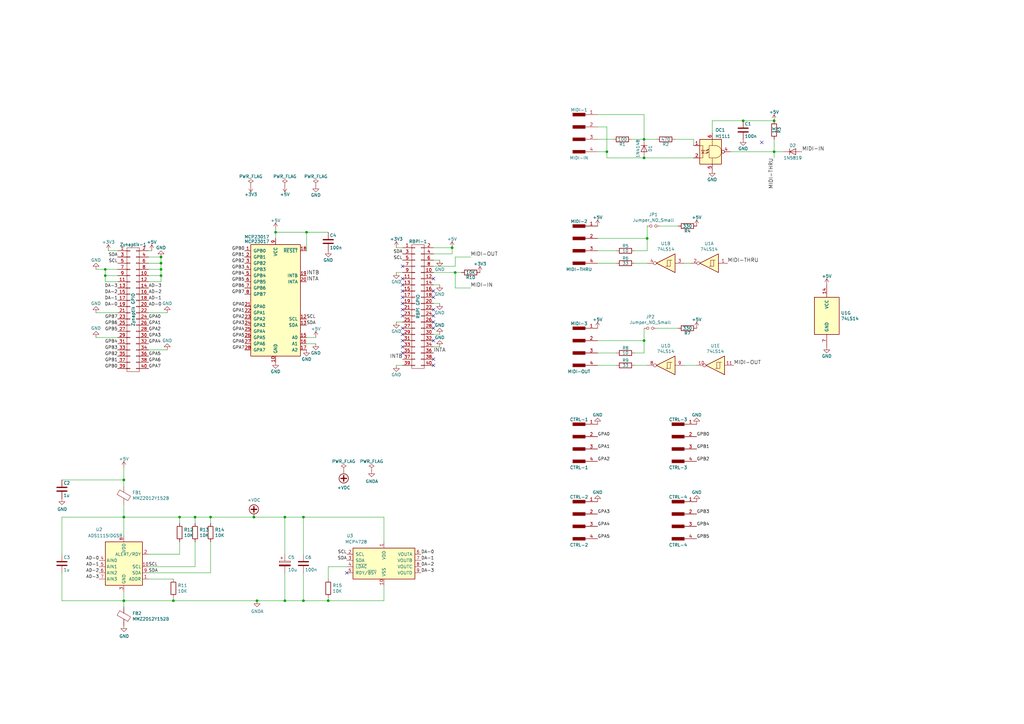
<source format=kicad_sch>
(kicad_sch (version 20211123) (generator eeschema)
  (paper "A3")
  (title_block (title "Zynthian Zynaptik circuit") (rev "0.1") (company "Zynthian"))
  (lib_symbols
    (symbol "74xx:74LS14" (pin_names (offset 1.016))
      (property "Reference" "U" (at 0 1.27 0))
      (property "Value" "74LS14" (at 0 -1.27 0))
      (symbol "74LS14_1_0"
        (pin input line (at -7.62 0 0) (length 3.81) (name "~") (number "1"))
        (pin output inverted (at 7.62 0 180) (length 3.81) (name "~") (number "2"))
      )
      (symbol "74LS14_2_0"
        (pin input line (at -7.62 0 0) (length 3.81) (name "~") (number "3"))
        (pin output inverted (at 7.62 0 180) (length 3.81) (name "~") (number "4"))
      )
      (symbol "74LS14_3_0"
        (pin input line (at -7.62 0 0) (length 3.81) (name "~") (number "5"))
        (pin output inverted (at 7.62 0 180) (length 3.81) (name "~") (number "6"))
      )
      (symbol "74LS14_4_0"
        (pin output inverted (at 7.62 0 180) (length 3.81) (name "~") (number "8"))
        (pin input line (at -7.62 0 0) (length 3.81) (name "~") (number "9"))
      )
      (symbol "74LS14_5_0"
        (pin output inverted (at 7.62 0 180) (length 3.81) (name "~") (number "10"))
        (pin input line (at -7.62 0 0) (length 3.81) (name "~") (number "11"))
      )
      (symbol "74LS14_6_0"
        (pin output inverted (at 7.62 0 180) (length 3.81) (name "~") (number "12"))
        (pin input line (at -7.62 0 0) (length 3.81) (name "~") (number "13"))
      )
      (symbol "74LS14_7_0"
        (pin power_in line (at 0 12.7 270) (length 5.08) (name "VCC") (number "14"))
        (pin power_in line (at 0 -12.7 90) (length 5.08) (name "GND") (number "7"))
      )
    )
    (symbol "Analog_ADC:ADS1115IDGS"
      (property "Reference" "U" (at 2.54 13.97 0))
      (property "Value" "ADS1115IDGS" (at 7.62 11.43 0))
      (symbol "ADS1115IDGS_1_1"
        (pin input line (at 10.16 -5.08 180) (length 2.54) (name "ADDR") (number "1"))
        (pin input line (at 10.16 0 180) (length 2.54) (name "SCL") (number "10"))
        (pin output line (at 10.16 5.08 180) (length 2.54) (name "ALERT/RDY") (number "2"))
        (pin power_in line (at 0 -10.16 90) (length 2.54) (name "GND") (number "3"))
        (pin input line (at -10.16 2.54 0) (length 2.54) (name "AIN0") (number "4"))
        (pin input line (at -10.16 0 0) (length 2.54) (name "AIN1") (number "5"))
        (pin input line (at -10.16 -2.54 0) (length 2.54) (name "AIN2") (number "6"))
        (pin input line (at -10.16 -5.08 0) (length 2.54) (name "AIN3") (number "7"))
        (pin power_in line (at 0 12.7 270) (length 2.54) (name "VDD") (number "8"))
        (pin bidirectional line (at 10.16 -2.54 180) (length 2.54) (name "SDA") (number "9"))
      )
    )
    (symbol "Analog_DAC:MCP4728" (pin_names (offset 1.016))
      (property "Reference" "U" (at -12.7 6.35 0))
      (property "Value" "MCP4728" (at 12.7 6.35 0))
      (symbol "MCP4728_1_1"
        (pin power_in line (at 0 7.62 270) (length 2.54) (name "VDD") (number "1"))
        (pin power_in line (at 0 -10.16 90) (length 2.54) (name "VSS") (number "10"))
        (pin input line (at -15.24 2.54 0) (length 2.54) (name "SCL") (number "2"))
        (pin bidirectional line (at -15.24 0 0) (length 2.54) (name "SDA") (number "3"))
        (pin input line (at -15.24 -2.54 0) (length 2.54) (name "~{LDAC}") (number "4"))
        (pin output line (at -15.24 -5.08 0) (length 2.54) (name "RDY/~{BSY}") (number "5"))
        (pin output line (at 15.24 2.54 180) (length 2.54) (name "VOUTA") (number "6"))
        (pin output line (at 15.24 0 180) (length 2.54) (name "VOUTB") (number "7"))
        (pin output line (at 15.24 -2.54 180) (length 2.54) (name "VOUTC") (number "8"))
        (pin output line (at 15.24 -5.08 180) (length 2.54) (name "VOUTD") (number "9"))
      )
    )
    (symbol "Device:R" (pin_numbers hide) (pin_names (offset 0))
      (property "Reference" "R" (at 2.032 0 90))
      (property "Value" "R" (at 0 0 90))
      (symbol "R_1_1"
        (pin passive line (at 0 3.81 270) (length 1.27) (name "~") (number "1"))
        (pin passive line (at 0 -3.81 90) (length 1.27) (name "~") (number "2"))
      )
    )
    (symbol "power:+VDC" (power) (pin_names (offset 0))
      (property "Value" "+VDC" (at 0 6.35 0))
      (symbol "+VDC_1_1"
        (pin power_in line (at 0 0 90) (length 0) hide (name "+VDC") (number "1"))
      )
    )
    (symbol "power:GND" (power) (pin_names (offset 0))
      (property "Value" "GND" (at 0 -3.81 0))
      (symbol "GND_1_1"
        (pin power_in line (at 0 0 270) (length 0) hide (name "GND") (number "1"))
      )
    )
    (symbol "power:GNDA" (power) (pin_names (offset 0))
      (property "Value" "GNDA" (at 0 -3.81 0))
      (symbol "GNDA_1_1"
        (pin power_in line (at 0 0 270) (length 0) hide (name "GNDA") (number "1"))
      )
    )
    (symbol "zynthian_zynaptik-rescue:+3.3V-power1-zynthian_zynaptik-rescue" (power) (pin_names (offset 0))
      (property "Value" "+3.3V-power1-zynthian_zynaptik-rescue" (at 0 3.556 0))
      (symbol "+3.3V-power1-zynthian_zynaptik-rescue_1_1"
        (pin power_in line (at 0 0 90) (length 0) hide (name "+3V3") (number "1"))
      )
    )
    (symbol "zynthian_zynaptik-rescue:+5V-power1-zynthian_zynaptik-rescue" (power) (pin_names (offset 0))
      (property "Value" "+5V-power1-zynthian_zynaptik-rescue" (at 0 3.556 0))
      (symbol "+5V-power1-zynthian_zynaptik-rescue_1_1"
        (pin power_in line (at 0 0 90) (length 0) hide (name "+5V") (number "1"))
      )
    )
    (symbol "zynthian_zynaptik-rescue:C-device-zynthian_zynaptik-rescue" (pin_numbers hide) (pin_names (offset 0.254))
      (property "Reference" "C" (at 0.635 2.54 0))
      (property "Value" "C-device-zynthian_zynaptik-rescue" (at 0.635 -2.54 0))
      (symbol "C-device-zynthian_zynaptik-rescue_1_1"
        (pin passive line (at 0 3.81 270) (length 2.794) (name "~") (number "1"))
        (pin passive line (at 0 -3.81 90) (length 2.794) (name "~") (number "2"))
      )
    )
    (symbol "zynthian_zynaptik-rescue:CONN_01X04_MALE-conn-zynthian_zynaptik-rescue" (pin_names (offset 1.016) hide)
      (property "Reference" "J" (at 0 9.525 0))
      (property "Value" "CONN_01X04_MALE-conn-zynthian_zynaptik-rescue" (at 0 -10.16 0))
      (symbol "CONN_01X04_MALE-conn-zynthian_zynaptik-rescue_1_1"
        (pin passive line (at 7.62 7.62 180) (length 5.08) (name "1") (number "1"))
        (pin passive line (at 7.62 2.54 180) (length 5.08) (name "2") (number "2"))
        (pin passive line (at 7.62 -2.54 180) (length 5.08) (name "3") (number "3"))
        (pin passive line (at 7.62 -7.62 180) (length 5.08) (name "4") (number "4"))
      )
    )
    (symbol "zynthian_zynaptik-rescue:CONN_02X20-conn-zynthian_zynaptik-rescue" (pin_names (offset 0.0254) hide)
      (property "Reference" "J" (at 0 26.67 0))
      (property "Value" "CONN_02X20-conn-zynthian_zynaptik-rescue" (at 0 0 90))
      (symbol "CONN_02X20-conn-zynthian_zynaptik-rescue_1_1"
        (pin passive line (at -6.35 24.13 0) (length 3.81) (name "P1") (number "1"))
        (pin passive line (at 6.35 13.97 180) (length 3.81) (name "P10") (number "10"))
        (pin passive line (at -6.35 11.43 0) (length 3.81) (name "P11") (number "11"))
        (pin passive line (at 6.35 11.43 180) (length 3.81) (name "P12") (number "12"))
        (pin passive line (at -6.35 8.89 0) (length 3.81) (name "P13") (number "13"))
        (pin passive line (at 6.35 8.89 180) (length 3.81) (name "P14") (number "14"))
        (pin passive line (at -6.35 6.35 0) (length 3.81) (name "P15") (number "15"))
        (pin passive line (at 6.35 6.35 180) (length 3.81) (name "P16") (number "16"))
        (pin passive line (at -6.35 3.81 0) (length 3.81) (name "P17") (number "17"))
        (pin passive line (at 6.35 3.81 180) (length 3.81) (name "P18") (number "18"))
        (pin passive line (at -6.35 1.27 0) (length 3.81) (name "P19") (number "19"))
        (pin passive line (at 6.35 24.13 180) (length 3.81) (name "P2") (number "2"))
        (pin passive line (at 6.35 1.27 180) (length 3.81) (name "P20") (number "20"))
        (pin passive line (at -6.35 -1.27 0) (length 3.81) (name "P21") (number "21"))
        (pin passive line (at 6.35 -1.27 180) (length 3.81) (name "P22") (number "22"))
        (pin passive line (at -6.35 -3.81 0) (length 3.81) (name "P23") (number "23"))
        (pin passive line (at 6.35 -3.81 180) (length 3.81) (name "P24") (number "24"))
        (pin passive line (at -6.35 -6.35 0) (length 3.81) (name "P25") (number "25"))
        (pin passive line (at 6.35 -6.35 180) (length 3.81) (name "P26") (number "26"))
        (pin passive line (at -6.35 -8.89 0) (length 3.81) (name "P27") (number "27"))
        (pin passive line (at 6.35 -8.89 180) (length 3.81) (name "P28") (number "28"))
        (pin passive line (at -6.35 -11.43 0) (length 3.81) (name "P29") (number "29"))
        (pin passive line (at -6.35 21.59 0) (length 3.81) (name "P3") (number "3"))
        (pin passive line (at 6.35 -11.43 180) (length 3.81) (name "P30") (number "30"))
        (pin passive line (at -6.35 -13.97 0) (length 3.81) (name "P31") (number "31"))
        (pin passive line (at 6.35 -13.97 180) (length 3.81) (name "P32") (number "32"))
        (pin passive line (at -6.35 -16.51 0) (length 3.81) (name "P33") (number "33"))
        (pin passive line (at 6.35 -16.51 180) (length 3.81) (name "P34") (number "34"))
        (pin passive line (at -6.35 -19.05 0) (length 3.81) (name "P35") (number "35"))
        (pin passive line (at 6.35 -19.05 180) (length 3.81) (name "P36") (number "36"))
        (pin passive line (at -6.35 -21.59 0) (length 3.81) (name "P37") (number "37"))
        (pin passive line (at 6.35 -21.59 180) (length 3.81) (name "P38") (number "38"))
        (pin passive line (at -6.35 -24.13 0) (length 3.81) (name "P39") (number "39"))
        (pin passive line (at 6.35 21.59 180) (length 3.81) (name "P4") (number "4"))
        (pin passive line (at 6.35 -24.13 180) (length 3.81) (name "P40") (number "40"))
        (pin passive line (at -6.35 19.05 0) (length 3.81) (name "P5") (number "5"))
        (pin passive line (at 6.35 19.05 180) (length 3.81) (name "P6") (number "6"))
        (pin passive line (at -6.35 16.51 0) (length 3.81) (name "P7") (number "7"))
        (pin passive line (at 6.35 16.51 180) (length 3.81) (name "P8") (number "8"))
        (pin passive line (at -6.35 13.97 0) (length 3.81) (name "P9") (number "9"))
      )
    )
    (symbol "zynthian_zynaptik-rescue:CP-Device" (pin_numbers hide) (pin_names (offset 0.254))
      (property "Reference" "C" (at 0.635 2.54 0))
      (property "Value" "CP-Device" (at 0.635 -2.54 0))
      (symbol "CP-Device_1_1"
        (pin passive line (at 0 3.81 270) (length 2.794) (name "~") (number "1"))
        (pin passive line (at 0 -3.81 90) (length 2.794) (name "~") (number "2"))
      )
    )
    (symbol "zynthian_zynaptik-rescue:D-device-zynthian_zynaptik-rescue" (pin_numbers hide) (pin_names (offset 1.016) hide)
      (property "Reference" "D" (at 0 2.54 0))
      (property "Value" "D-device-zynthian_zynaptik-rescue" (at 0 -2.54 0))
      (symbol "D-device-zynthian_zynaptik-rescue_1_1"
        (pin passive line (at -3.81 0 0) (length 2.54) (name "K") (number "1"))
        (pin passive line (at 3.81 0 180) (length 2.54) (name "A") (number "2"))
      )
    )
    (symbol "zynthian_zynaptik-rescue:Ferrite_Bead-Device" (pin_numbers hide) (pin_names (offset 0))
      (property "Reference" "FB" (at -3.81 0.635 90))
      (property "Value" "Ferrite_Bead-Device" (at 3.81 0 90))
      (symbol "Ferrite_Bead-Device_1_1"
        (pin passive line (at 0 3.81 270) (length 2.54) (name "~") (number "1"))
        (pin passive line (at 0 -3.81 90) (length 2.54) (name "~") (number "2"))
      )
    )
    (symbol "zynthian_zynaptik-rescue:GND-power1-zynthian_zynaptik-rescue" (power) (pin_names (offset 0))
      (property "Value" "GND-power1-zynthian_zynaptik-rescue" (at 0 -3.81 0))
      (symbol "GND-power1-zynthian_zynaptik-rescue_1_1"
        (pin power_in line (at 0 0 270) (length 0) hide (name "GND") (number "1"))
      )
    )
    (symbol "zynthian_zynaptik-rescue:H11L1-opto-zynthian_zynaptik-rescue" (pin_names (offset 1.016))
      (property "Reference" "U" (at 1.27 8.89 0))
      (property "Value" "H11L1-opto-zynthian_zynaptik-rescue" (at 1.27 6.35 0))
      (symbol "H11L1-opto-zynthian_zynaptik-rescue_1_1"
        (pin passive line (at -7.62 2.54 0) (length 2.54) (name "~") (number "1"))
        (pin passive line (at -7.62 -2.54 0) (length 2.54) (name "~") (number "2"))
        (pin no_connect line (at -7.62 0 0) (length 2.54) hide (name "~") (number "3"))
        (pin output inverted (at 7.62 0 180) (length 3.81) (name "~") (number "4"))
        (pin power_in line (at 0 -7.62 90) (length 2.54) (name "~") (number "5"))
        (pin power_in line (at 0 7.62 270) (length 2.54) (name "~") (number "6"))
      )
    )
    (symbol "zynthian_zynaptik-rescue:Jumper_NO_Small-device-zynthian_zynaptik-rescue" (pin_numbers hide) (pin_names (offset 0.762) hide)
      (property "Reference" "JP" (at 0 2.032 0))
      (property "Value" "Jumper_NO_Small-device-zynthian_zynaptik-rescue" (at 0.254 -1.524 0))
      (symbol "Jumper_NO_Small-device-zynthian_zynaptik-rescue_0_1"
        (pin passive line (at -2.54 0 0) (length 1.016) (name "1") (number "1"))
        (pin passive line (at 2.54 0 180) (length 1.016) (name "2") (number "2"))
      )
    )
    (symbol "zynthian_zynaptik-rescue:MCP23017-microchip-zynthian_zynaptik-rescue" (pin_names (offset 1.016))
      (property "Reference" "U" (at -2.54 26.035 0))
      (property "Value" "MCP23017-microchip-zynthian_zynaptik-rescue" (at -2.54 24.13 0))
      (symbol "MCP23017-microchip-zynthian_zynaptik-rescue_1_1"
        (pin bidirectional line (at -12.7 20.32 0) (length 2.54) (name "GPB0") (number "1"))
        (pin power_in line (at 0 -25.4 90) (length 2.54) (name "GND") (number "10"))
        (pin input line (at 12.7 -7.62 180) (length 2.54) (name "SCL") (number "12"))
        (pin bidirectional line (at 12.7 -10.16 180) (length 2.54) (name "SDA") (number "13"))
        (pin input line (at 12.7 -15.24 180) (length 2.54) (name "A0") (number "15"))
        (pin input line (at 12.7 -17.78 180) (length 2.54) (name "A1") (number "16"))
        (pin input line (at 12.7 -20.32 180) (length 2.54) (name "A2") (number "17"))
        (pin input line (at 12.7 20.32 180) (length 2.54) (name "~{RESET}") (number "18"))
        (pin output line (at 12.7 10.16 180) (length 2.54) (name "INTB") (number "19"))
        (pin bidirectional line (at -12.7 17.78 0) (length 2.54) (name "GPB1") (number "2"))
        (pin output line (at 12.7 7.62 180) (length 2.54) (name "INTA") (number "20"))
        (pin bidirectional line (at -12.7 -2.54 0) (length 2.54) (name "GPA0") (number "21"))
        (pin bidirectional line (at -12.7 -5.08 0) (length 2.54) (name "GPA1") (number "22"))
        (pin bidirectional line (at -12.7 -7.62 0) (length 2.54) (name "GPA2") (number "23"))
        (pin bidirectional line (at -12.7 -10.16 0) (length 2.54) (name "GPA3") (number "24"))
        (pin bidirectional line (at -12.7 -12.7 0) (length 2.54) (name "GPA4") (number "25"))
        (pin bidirectional line (at -12.7 -15.24 0) (length 2.54) (name "GPA5") (number "26"))
        (pin bidirectional line (at -12.7 -17.78 0) (length 2.54) (name "GPA6") (number "27"))
        (pin bidirectional line (at -12.7 -20.32 0) (length 2.54) (name "GPA7") (number "28"))
        (pin bidirectional line (at -12.7 15.24 0) (length 2.54) (name "GPB2") (number "3"))
        (pin bidirectional line (at -12.7 12.7 0) (length 2.54) (name "GPB3") (number "4"))
        (pin bidirectional line (at -12.7 10.16 0) (length 2.54) (name "GPB4") (number "5"))
        (pin bidirectional line (at -12.7 7.62 0) (length 2.54) (name "GPB5") (number "6"))
        (pin bidirectional line (at -12.7 5.08 0) (length 2.54) (name "GPB6") (number "7"))
        (pin bidirectional line (at -12.7 2.54 0) (length 2.54) (name "GPB7") (number "8"))
        (pin power_in line (at 0 25.4 270) (length 2.54) (name "VCC") (number "9"))
      )
    )
    (symbol "zynthian_zynaptik-rescue:PWR_FLAG-power1-zynthian_zynaptik-rescue" (power) (pin_numbers hide) (pin_names (offset 0) hide)
      (property "Value" "PWR_FLAG-power1-zynthian_zynaptik-rescue" (at 0 3.81 0))
      (symbol "PWR_FLAG-power1-zynthian_zynaptik-rescue_0_0"
        (pin power_out line (at 0 0 90) (length 0) (name "pwr") (number "1"))
      )
    )
    (symbol "zynthian_zynaptik-rescue:R-device-zynthian_zynaptik-rescue" (pin_numbers hide) (pin_names (offset 0))
      (property "Reference" "R" (at 2.032 0 90))
      (property "Value" "R-device-zynthian_zynaptik-rescue" (at 0 0 90))
      (symbol "R-device-zynthian_zynaptik-rescue_1_1"
        (pin passive line (at 0 3.81 270) (length 1.27) (name "~") (number "1"))
        (pin passive line (at 0 -3.81 90) (length 1.27) (name "~") (number "2"))
      )
    )
  )
  (junction (at 186.69 111.76))
  (junction (at 73.66 212.09))
  (junction (at 264.16 139.7))
  (junction (at 125.73 95.25))
  (junction (at 124.46 212.09))
  (junction (at 265.43 97.79))
  (junction (at 50.8 212.09))
  (junction (at 116.84 212.09))
  (junction (at 80.01 212.09))
  (junction (at 43.18 113.03))
  (junction (at 248.92 62.23))
  (junction (at 185.42 101.6))
  (junction (at 304.8 49.53))
  (junction (at 50.8 246.38))
  (junction (at 66.04 110.49))
  (junction (at 86.36 212.09))
  (junction (at 71.12 246.38))
  (junction (at 66.04 105.41))
  (junction (at 317.5 49.53))
  (junction (at 105.41 246.38))
  (junction (at 116.84 246.38))
  (junction (at 124.46 246.38))
  (junction (at 43.18 110.49))
  (junction (at 264.16 64.77))
  (junction (at 66.04 107.95))
  (junction (at 264.16 57.15))
  (junction (at 66.04 113.03))
  (junction (at 50.8 196.85))
  (junction (at 317.5 62.23))
  (junction (at 113.03 95.25))
  (junction (at 104.14 212.09))
  (junction (at 134.62 246.38))
  (no_connect (at 165.1 119.38))
  (no_connect (at 165.1 109.22))
  (no_connect (at 177.8 121.92))
  (no_connect (at 177.8 147.32))
  (no_connect (at 177.8 114.3))
  (no_connect (at 165.1 121.92))
  (no_connect (at 142.24 234.95))
  (no_connect (at 177.8 119.38))
  (no_connect (at 165.1 137.16))
  (no_connect (at 177.8 132.08))
  (no_connect (at 312.42 58.42))
  (no_connect (at 177.8 127))
  (no_connect (at 165.1 129.54))
  (no_connect (at 165.1 144.78))
  (no_connect (at 165.1 134.62))
  (no_connect (at 177.8 129.54))
  (no_connect (at 165.1 127))
  (no_connect (at 177.8 139.7))
  (no_connect (at 177.8 149.86))
  (no_connect (at 165.1 124.46))
  (no_connect (at 165.1 114.3))
  (no_connect (at 165.1 142.24))
  (no_connect (at 165.1 139.7))
  (no_connect (at 165.1 116.84))
  (no_connect (at 177.8 134.62))
  (wire (pts (xy 25.4 234.95) (xy 25.4 246.38)))
  (wire (pts (xy 264.16 139.7) (xy 264.16 144.78)))
  (wire (pts (xy 48.26 113.03) (xy 43.18 113.03)))
  (wire (pts (xy 165.1 149.86) (xy 162.56 149.86)))
  (wire (pts (xy 142.24 232.41) (xy 134.62 232.41)))
  (wire (pts (xy 124.46 234.95) (xy 124.46 246.38)))
  (wire (pts (xy 264.16 64.77) (xy 284.48 64.77)))
  (wire (pts (xy 66.04 115.57) (xy 66.04 113.03)))
  (wire (pts (xy 116.84 246.38) (xy 105.41 246.38)))
  (wire (pts (xy 252.73 144.78) (xy 245.11 144.78)))
  (wire (pts (xy 259.08 57.15) (xy 264.16 57.15)))
  (wire (pts (xy 299.72 62.23) (xy 317.5 62.23)))
  (wire (pts (xy 134.62 245.11) (xy 134.62 246.38)))
  (wire (pts (xy 186.69 111.76) (xy 189.23 111.76)))
  (wire (pts (xy 245.11 139.7) (xy 264.16 139.7)))
  (wire (pts (xy 186.69 111.76) (xy 186.69 118.11)))
  (wire (pts (xy 124.46 227.33) (xy 124.46 212.09)))
  (wire (pts (xy 264.16 57.15) (xy 264.16 46.99)))
  (wire (pts (xy 264.16 46.99) (xy 245.11 46.99)))
  (wire (pts (xy 177.8 101.6) (xy 185.42 101.6)))
  (wire (pts (xy 177.8 106.68) (xy 180.34 106.68)))
  (wire (pts (xy 260.35 107.95) (xy 265.43 107.95)))
  (wire (pts (xy 60.96 102.87) (xy 62.23 102.87)))
  (wire (pts (xy 60.96 232.41) (xy 80.01 232.41)))
  (wire (pts (xy 317.5 57.15) (xy 317.5 62.23)))
  (wire (pts (xy 157.48 246.38) (xy 134.62 246.38)))
  (wire (pts (xy 43.18 115.57) (xy 43.18 113.03)))
  (wire (pts (xy 260.35 102.87) (xy 265.43 102.87)))
  (wire (pts (xy 86.36 234.95) (xy 86.36 222.25)))
  (wire (pts (xy 245.11 62.23) (xy 248.92 62.23)))
  (wire (pts (xy 50.8 212.09) (xy 73.66 212.09)))
  (wire (pts (xy 80.01 232.41) (xy 80.01 222.25)))
  (wire (pts (xy 317.5 62.23) (xy 317.5 64.77)))
  (wire (pts (xy 177.8 116.84) (xy 180.34 116.84)))
  (wire (pts (xy 73.66 212.09) (xy 73.66 214.63)))
  (wire (pts (xy 186.69 109.22) (xy 186.69 105.41)))
  (wire (pts (xy 86.36 212.09) (xy 80.01 212.09)))
  (wire (pts (xy 251.46 57.15) (xy 245.11 57.15)))
  (wire (pts (xy 264.16 139.7) (xy 264.16 134.62)))
  (wire (pts (xy 125.73 138.43) (xy 129.54 138.43)))
  (wire (pts (xy 60.96 227.33) (xy 73.66 227.33)))
  (wire (pts (xy 292.1 54.61) (xy 292.1 49.53)))
  (wire (pts (xy 265.43 92.71) (xy 265.43 97.79)))
  (wire (pts (xy 43.18 113.03) (xy 43.18 110.49)))
  (wire (pts (xy 125.73 140.97) (xy 129.54 140.97)))
  (wire (pts (xy 165.1 111.76) (xy 162.56 111.76)))
  (wire (pts (xy 60.96 105.41) (xy 66.04 105.41)))
  (wire (pts (xy 73.66 227.33) (xy 73.66 222.25)))
  (wire (pts (xy 60.96 113.03) (xy 66.04 113.03)))
  (wire (pts (xy 113.03 95.25) (xy 113.03 97.79)))
  (wire (pts (xy 39.37 110.49) (xy 43.18 110.49)))
  (wire (pts (xy 60.96 107.95) (xy 66.04 107.95)))
  (wire (pts (xy 162.56 101.6) (xy 165.1 101.6)))
  (wire (pts (xy 25.4 227.33) (xy 25.4 212.09)))
  (wire (pts (xy 25.4 196.85) (xy 50.8 196.85)))
  (wire (pts (xy 80.01 212.09) (xy 73.66 212.09)))
  (wire (pts (xy 43.18 110.49) (xy 48.26 110.49)))
  (wire (pts (xy 177.8 137.16) (xy 180.34 137.16)))
  (wire (pts (xy 157.48 212.09) (xy 124.46 212.09)))
  (wire (pts (xy 269.24 134.62) (xy 278.13 134.62)))
  (wire (pts (xy 60.96 237.49) (xy 71.12 237.49)))
  (wire (pts (xy 292.1 49.53) (xy 304.8 49.53)))
  (wire (pts (xy 86.36 214.63) (xy 86.36 212.09)))
  (wire (pts (xy 276.86 57.15) (xy 284.48 57.15)))
  (wire (pts (xy 285.75 149.86) (xy 280.67 149.86)))
  (wire (pts (xy 116.84 227.33) (xy 116.84 212.09)))
  (wire (pts (xy 80.01 214.63) (xy 80.01 212.09)))
  (wire (pts (xy 71.12 245.11) (xy 71.12 246.38)))
  (wire (pts (xy 39.37 138.43) (xy 48.26 138.43)))
  (wire (pts (xy 157.48 222.25) (xy 157.48 212.09)))
  (wire (pts (xy 124.46 246.38) (xy 116.84 246.38)))
  (wire (pts (xy 177.8 124.46) (xy 180.34 124.46)))
  (wire (pts (xy 270.51 92.71) (xy 278.13 92.71)))
  (wire (pts (xy 248.92 64.77) (xy 264.16 64.77)))
  (wire (pts (xy 304.8 49.53) (xy 317.5 49.53)))
  (wire (pts (xy 60.96 143.51) (xy 68.58 143.51)))
  (wire (pts (xy 66.04 110.49) (xy 66.04 107.95)))
  (wire (pts (xy 165.1 132.08) (xy 162.56 132.08)))
  (wire (pts (xy 50.8 191.77) (xy 50.8 196.85)))
  (wire (pts (xy 157.48 240.03) (xy 157.48 246.38)))
  (wire (pts (xy 50.8 248.92) (xy 50.8 246.38)))
  (wire (pts (xy 48.26 102.87) (xy 44.45 102.87)))
  (wire (pts (xy 124.46 212.09) (xy 116.84 212.09)))
  (wire (pts (xy 68.58 128.27) (xy 60.96 128.27)))
  (wire (pts (xy 104.14 212.09) (xy 86.36 212.09)))
  (wire (pts (xy 264.16 57.15) (xy 269.24 57.15)))
  (wire (pts (xy 245.11 102.87) (xy 252.73 102.87)))
  (wire (pts (xy 177.8 142.24) (xy 180.34 142.24)))
  (wire (pts (xy 317.5 62.23) (xy 321.31 62.23)))
  (wire (pts (xy 252.73 107.95) (xy 245.11 107.95)))
  (wire (pts (xy 39.37 128.27) (xy 48.26 128.27)))
  (wire (pts (xy 280.67 107.95) (xy 283.21 107.95)))
  (wire (pts (xy 50.8 207.01) (xy 50.8 212.09)))
  (wire (pts (xy 66.04 107.95) (xy 66.04 105.41)))
  (wire (pts (xy 50.8 246.38) (xy 50.8 242.57)))
  (wire (pts (xy 186.69 118.11) (xy 193.04 118.11)))
  (wire (pts (xy 25.4 246.38) (xy 50.8 246.38)))
  (wire (pts (xy 185.42 104.14) (xy 177.8 104.14)))
  (wire (pts (xy 284.48 57.15) (xy 284.48 59.69)))
  (wire (pts (xy 248.92 62.23) (xy 248.92 64.77)))
  (wire (pts (xy 125.73 95.25) (xy 134.62 95.25)))
  (wire (pts (xy 116.84 212.09) (xy 104.14 212.09)))
  (wire (pts (xy 113.03 95.25) (xy 125.73 95.25)))
  (wire (pts (xy 245.11 97.79) (xy 265.43 97.79)))
  (wire (pts (xy 185.42 101.6) (xy 185.42 104.14)))
  (wire (pts (xy 264.16 144.78) (xy 260.35 144.78)))
  (wire (pts (xy 66.04 113.03) (xy 66.04 110.49)))
  (wire (pts (xy 134.62 246.38) (xy 124.46 246.38)))
  (wire (pts (xy 248.92 52.07) (xy 245.11 52.07)))
  (wire (pts (xy 125.73 102.87) (xy 125.73 95.25)))
  (wire (pts (xy 116.84 234.95) (xy 116.84 246.38)))
  (wire (pts (xy 50.8 212.09) (xy 50.8 219.71)))
  (wire (pts (xy 134.62 232.41) (xy 134.62 237.49)))
  (wire (pts (xy 252.73 149.86) (xy 245.11 149.86)))
  (wire (pts (xy 186.69 105.41) (xy 193.04 105.41)))
  (wire (pts (xy 265.43 97.79) (xy 265.43 102.87)))
  (wire (pts (xy 50.8 199.39) (xy 50.8 196.85)))
  (wire (pts (xy 25.4 212.09) (xy 50.8 212.09)))
  (wire (pts (xy 177.8 109.22) (xy 186.69 109.22)))
  (wire (pts (xy 60.96 234.95) (xy 86.36 234.95)))
  (wire (pts (xy 113.03 93.98) (xy 113.03 95.25)))
  (wire (pts (xy 265.43 149.86) (xy 260.35 149.86)))
  (wire (pts (xy 48.26 115.57) (xy 43.18 115.57)))
  (wire (pts (xy 248.92 62.23) (xy 248.92 52.07)))
  (wire (pts (xy 177.8 111.76) (xy 186.69 111.76)))
  (wire (pts (xy 71.12 246.38) (xy 50.8 246.38)))
  (wire (pts (xy 60.96 115.57) (xy 66.04 115.57)))
  (wire (pts (xy 60.96 110.49) (xy 66.04 110.49)))
  (wire (pts (xy 105.41 246.38) (xy 71.12 246.38)))
  (label "DA-1" (at 48.26 123.19 180))
  (label "GPB6" (at 100.33 118.11 180))
  (label "GPA1" (at 100.33 128.27 180))
  (label "GPA6" (at 100.33 140.97 180))
  (label "SCL" (at 165.1 106.68 180))
  (label "GPB1" (at 100.33 105.41 180))
  (label "SCL" (at 142.24 227.33 180))
  (label "INTB" (at 165.1 147.32 180) (effects (font (size 1.524 1.524))))
  (label "SDA" (at 48.26 105.41 180))
  (label "GPB2" (at 285.75 189.23 0))
  (label "GPB2" (at 48.26 146.05 180))
  (label "GPB2" (at 100.33 107.95 180))
  (label "GPA3" (at 60.96 138.43 0))
  (label "GPB1" (at 48.26 148.59 180))
  (label "GPB5" (at 285.75 220.98 0))
  (label "GPB1" (at 285.75 184.15 0))
  (label "MIDI-OUT" (at 193.04 105.41 0) (effects (font (size 1.524 1.524))))
  (label "DA-1" (at 172.72 229.87 0))
  (label "GPB3" (at 285.75 210.82 0))
  (label "INTB" (at 125.73 113.03 0) (effects (font (size 1.524 1.524))))
  (label "SCL" (at 125.73 130.81 0))
  (label "GPB7" (at 48.26 130.81 180))
  (label "GPA1" (at 245.11 184.15 0))
  (label "GPA4" (at 60.96 140.97 0))
  (label "SDA" (at 142.24 229.87 180))
  (label "INTA" (at 125.73 115.57 0) (effects (font (size 1.524 1.524))))
  (label "AD-3" (at 60.96 118.11 0))
  (label "AD-0" (at 40.64 229.87 180))
  (label "DA-2" (at 172.72 232.41 0))
  (label "GPA4" (at 245.11 215.9 0))
  (label "SDA" (at 125.73 133.35 0))
  (label "AD-3" (at 40.64 237.49 180))
  (label "GPB4" (at 100.33 113.03 180))
  (label "GPA4" (at 100.33 135.89 180))
  (label "GPB0" (at 100.33 102.87 180))
  (label "AD-2" (at 40.64 234.95 180))
  (label "GPB0" (at 285.75 179.07 0))
  (label "DA-0" (at 48.26 125.73 180))
  (label "GPA5" (at 245.11 220.98 0))
  (label "MIDI-IN" (at 193.04 118.11 0) (effects (font (size 1.524 1.524))))
  (label "DA-3" (at 48.26 118.11 180))
  (label "AD-0" (at 60.96 125.73 0))
  (label "GPA0" (at 245.11 179.07 0))
  (label "MIDI-THRU" (at 298.45 107.95 0) (effects (font (size 1.524 1.524))))
  (label "MIDI-THRU" (at 317.5 64.77 270) (effects (font (size 1.524 1.524))))
  (label "GPA5" (at 60.96 146.05 0))
  (label "GPA0" (at 100.33 125.73 180))
  (label "GPB0" (at 48.26 151.13 180))
  (label "SCL" (at 48.26 107.95 180))
  (label "GPB3" (at 100.33 110.49 180))
  (label "DA-2" (at 48.26 120.65 180))
  (label "GPA1" (at 60.96 133.35 0))
  (label "GPB3" (at 48.26 143.51 180))
  (label "GPA5" (at 100.33 138.43 180))
  (label "MIDI-IN" (at 328.93 62.23 0) (effects (font (size 1.524 1.524))))
  (label "GPA2" (at 245.11 189.23 0))
  (label "GPB4" (at 48.26 140.97 180))
  (label "GPA0" (at 60.96 130.81 0))
  (label "GPA6" (at 60.96 148.59 0))
  (label "GPB5" (at 48.26 135.89 180))
  (label "AD-2" (at 60.96 120.65 0))
  (label "GPB6" (at 48.26 133.35 180))
  (label "GPA3" (at 245.11 210.82 0))
  (label "GPA7" (at 100.33 143.51 180))
  (label "GPA2" (at 60.96 135.89 0))
  (label "DA-3" (at 172.72 234.95 0))
  (label "DA-0" (at 172.72 227.33 0))
  (label "AD-1" (at 60.96 123.19 0))
  (label "GPA2" (at 100.33 130.81 180))
  (label "SDA" (at 165.1 104.14 180))
  (label "GPA3" (at 100.33 133.35 180))
  (label "GPB7" (at 100.33 120.65 180))
  (label "GPA7" (at 60.96 151.13 0))
  (label "AD-1" (at 40.64 232.41 180))
  (label "GPB4" (at 285.75 215.9 0))
  (label "GPB5" (at 100.33 115.57 180))
  (label "MIDI-OUT" (at 300.99 149.86 0) (effects (font (size 1.524 1.524))))
  (label "INTA" (at 177.8 144.78 0) (effects (font (size 1.524 1.524))))
  (label "SDA" (at 60.96 234.95 0))
  (label "SCL" (at 60.96 232.41 0))
  (symbol (lib_id "zynthian_zynaptik-rescue:GND-power1-zynthian_zynaptik-rescue") (at 125.73 143.51 0) (unit 1)
    (property "Reference" "#PWR01" (effects hide))
    (property "Value" "GND" (at 125.73 147.32 0))
  )
  (symbol (lib_id "zynthian_zynaptik-rescue:MCP23017-microchip-zynthian_zynaptik-rescue") (at 113.03 123.19 0) (unit 1)
    (property "Reference" "MCP23017" (at 110.49 97.155 0) (effects (justify right)))
    (property "Value" "MCP23017" (at 110.49 99.06 0) (effects (justify right)))
    (property "Footprint" "Package_SO:SSOP-28_5.3x10.2mm_P0.65mm" (effects hide))
  )
  (symbol (lib_id "zynthian_zynaptik-rescue:GND-power1-zynthian_zynaptik-rescue") (at 113.03 148.59 0) (unit 1)
    (property "Reference" "#PWR02" (effects hide))
    (property "Value" "GND" (at 113.03 152.4 0))
  )
  (symbol (lib_id "zynthian_zynaptik-rescue:GND-power1-zynthian_zynaptik-rescue") (at 129.54 140.97 0) (unit 1)
    (property "Reference" "#PWR026" (effects hide))
    (property "Value" "GND" (at 129.54 144.78 0))
  )
  (symbol (lib_id "zynthian_zynaptik-rescue:CONN_02X20-conn-zynthian_zynaptik-rescue") (at 171.45 125.73 0) (unit 1)
    (property "Reference" "RBPi-1" (at 171.45 99.06 0))
    (property "Value" "RBPi GPIO" (at 171.45 125.73 90))
    (property "Footprint" "Connector_PinHeader_2.54mm:PinHeader_2x20_P2.54mm_Vertical" (effects hide))
  )
  (symbol (lib_id "zynthian_zynaptik-rescue:+5V-power1-zynthian_zynaptik-rescue") (at 185.42 101.6 0) (unit 1)
    (property "Reference" "#PWR07" (effects hide))
    (property "Value" "+5V" (at 185.42 98.044 0))
  )
  (symbol (lib_id "zynthian_zynaptik-rescue:+3.3V-power1-zynthian_zynaptik-rescue") (at 162.56 101.6 0) (unit 1)
    (property "Reference" "#PWR08" (effects hide))
    (property "Value" "+3.3V" (at 162.56 98.044 0))
  )
  (symbol (lib_id "zynthian_zynaptik-rescue:GND-power1-zynthian_zynaptik-rescue") (at 180.34 106.68 0) (unit 1)
    (property "Reference" "#PWR09" (effects hide))
    (property "Value" "GND" (at 180.34 110.49 0))
  )
  (symbol (lib_id "zynthian_zynaptik-rescue:GND-power1-zynthian_zynaptik-rescue") (at 180.34 116.84 0) (unit 1)
    (property "Reference" "#PWR010" (effects hide))
    (property "Value" "GND" (at 180.34 120.65 0))
  )
  (symbol (lib_id "zynthian_zynaptik-rescue:GND-power1-zynthian_zynaptik-rescue") (at 180.34 124.46 0) (unit 1)
    (property "Reference" "#PWR011" (effects hide))
    (property "Value" "GND" (at 180.34 128.27 0))
  )
  (symbol (lib_id "zynthian_zynaptik-rescue:GND-power1-zynthian_zynaptik-rescue") (at 180.34 137.16 180) (unit 1)
    (property "Reference" "#PWR012" (effects hide))
    (property "Value" "GND" (at 180.34 133.35 0))
  )
  (symbol (lib_id "zynthian_zynaptik-rescue:GND-power1-zynthian_zynaptik-rescue") (at 180.34 142.24 180) (unit 1)
    (property "Reference" "#PWR013" (effects hide))
    (property "Value" "GND" (at 180.34 138.43 0))
  )
  (symbol (lib_id "zynthian_zynaptik-rescue:GND-power1-zynthian_zynaptik-rescue") (at 162.56 111.76 0) (unit 1)
    (property "Reference" "#PWR014" (effects hide))
    (property "Value" "GND" (at 162.56 115.57 0))
  )
  (symbol (lib_id "zynthian_zynaptik-rescue:GND-power1-zynthian_zynaptik-rescue") (at 162.56 132.08 0) (unit 1)
    (property "Reference" "#PWR015" (effects hide))
    (property "Value" "GND" (at 162.56 135.89 0))
  )
  (symbol (lib_id "zynthian_zynaptik-rescue:GND-power1-zynthian_zynaptik-rescue") (at 162.56 149.86 0) (unit 1)
    (property "Reference" "#PWR016" (effects hide))
    (property "Value" "GND" (at 162.56 153.67 0))
  )
  (symbol (lib_id "zynthian_zynaptik-rescue:PWR_FLAG-power1-zynthian_zynaptik-rescue") (at 116.84 76.2 0) (unit 1)
    (property "Reference" "#FLG017" (effects hide))
    (property "Value" "PWR_FLAG" (at 116.84 72.39 0))
  )
  (symbol (lib_id "zynthian_zynaptik-rescue:PWR_FLAG-power1-zynthian_zynaptik-rescue") (at 129.54 76.2 0) (unit 1)
    (property "Reference" "#FLG018" (effects hide))
    (property "Value" "PWR_FLAG" (at 129.54 72.39 0))
  )
  (symbol (lib_id "zynthian_zynaptik-rescue:+5V-power1-zynthian_zynaptik-rescue") (at 113.03 93.98 0) (unit 1)
    (property "Reference" "#PWR019" (effects hide))
    (property "Value" "+5V" (at 113.03 90.424 0))
  )
  (symbol (lib_id "zynthian_zynaptik-rescue:+5V-power1-zynthian_zynaptik-rescue") (at 116.84 76.2 180) (unit 1)
    (property "Reference" "#PWR020" (effects hide))
    (property "Value" "+5V" (at 116.84 79.756 0))
  )
  (symbol (lib_id "zynthian_zynaptik-rescue:GND-power1-zynthian_zynaptik-rescue") (at 129.54 76.2 0) (unit 1)
    (property "Reference" "#PWR021" (effects hide))
    (property "Value" "GND" (at 129.54 80.01 0))
  )
  (symbol (lib_id "zynthian_zynaptik-rescue:PWR_FLAG-power1-zynthian_zynaptik-rescue") (at 102.87 76.2 0) (unit 1)
    (property "Reference" "#FLG023" (effects hide))
    (property "Value" "PWR_FLAG" (at 102.87 72.39 0))
  )
  (symbol (lib_id "zynthian_zynaptik-rescue:+3.3V-power1-zynthian_zynaptik-rescue") (at 102.87 76.2 180) (unit 1)
    (property "Reference" "#PWR024" (effects hide))
    (property "Value" "+3.3V" (at 102.87 79.756 0))
  )
  (symbol (lib_id "zynthian_zynaptik-rescue:H11L1-opto-zynthian_zynaptik-rescue") (at 292.1 62.23 0) (unit 1)
    (property "Reference" "OC1" (at 293.37 53.34 0) (effects (justify left)))
    (property "Value" "H11L1" (at 293.37 55.88 0) (effects (justify left)))
    (property "Footprint" "Package_DIP:DIP-6_W8.89mm_SMDSocket_LongPads" (effects hide))
  )
  (symbol (lib_id "zynthian_zynaptik-rescue:D-device-zynthian_zynaptik-rescue") (at 264.16 60.96 270) (unit 1)
    (property "Reference" "D1" (at 266.7 60.96 0))
    (property "Value" "1N4148" (at 261.62 60.96 0))
    (property "Footprint" "Diode_SMD:D_SOD-323F" (effects hide))
  )
  (symbol (lib_id "zynthian_zynaptik-rescue:R-device-zynthian_zynaptik-rescue") (at 255.27 57.15 270) (unit 1)
    (property "Reference" "R1" (at 255.27 59.182 90))
    (property "Value" "100" (at 255.27 57.15 90))
    (property "Footprint" "Resistor_SMD:R_0805_2012Metric" (effects hide))
  )
  (symbol (lib_id "zynthian_zynaptik-rescue:R-device-zynthian_zynaptik-rescue") (at 273.05 57.15 270) (unit 1)
    (property "Reference" "R2" (at 273.05 59.182 90))
    (property "Value" "470" (at 273.05 57.15 90))
    (property "Footprint" "Resistor_SMD:R_0805_2012Metric" (effects hide))
  )
  (symbol (lib_id "zynthian_zynaptik-rescue:R-device-zynthian_zynaptik-rescue") (at 317.5 53.34 0) (unit 1)
    (property "Reference" "R3" (at 319.532 53.34 90))
    (property "Value" "1K" (at 317.5 53.34 90))
    (property "Footprint" "Resistor_SMD:R_0805_2012Metric" (effects hide))
  )
  (symbol (lib_id "zynthian_zynaptik-rescue:D-device-zynthian_zynaptik-rescue") (at 325.12 62.23 0) (unit 1)
    (property "Reference" "D2" (at 325.12 59.69 0))
    (property "Value" "1N5819" (at 325.12 64.77 0))
    (property "Footprint" "Diode_SMD:D_SOD-123" (effects hide))
  )
  (symbol (lib_id "zynthian_zynaptik-rescue:GND-power1-zynthian_zynaptik-rescue") (at 292.1 69.85 0) (unit 1)
    (property "Reference" "#PWR027" (effects hide))
    (property "Value" "GND" (at 292.1 73.66 0))
  )
  (symbol (lib_id "zynthian_zynaptik-rescue:CONN_01X04_MALE-conn-zynthian_zynaptik-rescue") (at 237.49 54.61 0) (unit 1)
    (property "Reference" "MIDI-1" (at 237.49 45.085 0))
    (property "Value" "MIDI-IN" (at 237.49 64.77 0))
    (property "Footprint" "Connector_JST:JST_SH_BM04B-SRSS-TB_1x04-1MP_P1.00mm_Vertical" (effects hide))
  )
  (symbol (lib_id "zynthian_zynaptik-rescue:+5V-power1-zynthian_zynaptik-rescue") (at 317.5 49.53 0) (unit 1)
    (property "Reference" "#PWR028" (effects hide))
    (property "Value" "+5V" (at 317.5 45.974 0))
  )
  (symbol (lib_id "zynthian_zynaptik-rescue:CONN_01X04_MALE-conn-zynthian_zynaptik-rescue") (at 237.49 100.33 0) (unit 1)
    (property "Reference" "MIDI-2" (at 237.49 90.805 0))
    (property "Value" "MIDI-THRU" (at 237.49 110.49 0))
    (property "Footprint" "Connector_JST:JST_SH_BM04B-SRSS-TB_1x04-1MP_P1.00mm_Vertical" (effects hide))
  )
  (symbol (lib_id "zynthian_zynaptik-rescue:C-device-zynthian_zynaptik-rescue") (at 304.8 53.34 0) (unit 1)
    (property "Reference" "C1" (at 305.435 50.8 0) (effects (justify left)))
    (property "Value" "100n" (at 305.435 55.88 0) (effects (justify left)))
    (property "Footprint" "Capacitor_SMD:C_0805_2012Metric" (effects hide))
  )
  (symbol (lib_id "zynthian_zynaptik-rescue:GND-power1-zynthian_zynaptik-rescue") (at 304.8 57.15 0) (unit 1)
    (property "Reference" "#PWR029" (effects hide))
    (property "Value" "GND" (at 304.8 60.96 0))
  )
  (symbol (lib_id "zynthian_zynaptik-rescue:CONN_01X04_MALE-conn-zynthian_zynaptik-rescue") (at 237.49 142.24 0) (unit 1)
    (property "Reference" "MIDI-3" (at 237.49 132.715 0))
    (property "Value" "MIDI-OUT" (at 237.49 152.4 0))
    (property "Footprint" "Connector_JST:JST_SH_BM04B-SRSS-TB_1x04-1MP_P1.00mm_Vertical" (effects hide))
  )
  (symbol (lib_id "zynthian_zynaptik-rescue:R-device-zynthian_zynaptik-rescue") (at 193.04 111.76 270) (unit 1)
    (property "Reference" "R10" (at 193.04 113.792 90))
    (property "Value" "10K" (at 193.04 111.76 90))
    (property "Footprint" "Resistor_SMD:R_0603_1608Metric" (effects hide))
  )
  (symbol (lib_id "zynthian_zynaptik-rescue:+3.3V-power1-zynthian_zynaptik-rescue") (at 196.85 111.76 0) (unit 1)
    (property "Reference" "#PWR040" (effects hide))
    (property "Value" "+3.3V" (at 196.85 108.204 0))
  )
  (symbol (lib_id "zynthian_zynaptik-rescue:C-device-zynthian_zynaptik-rescue") (at 134.62 99.06 0) (unit 1)
    (property "Reference" "C4" (at 135.255 96.52 0) (effects (justify left)))
    (property "Value" "100n" (at 135.255 101.6 0) (effects (justify left)))
    (property "Footprint" "Capacitor_SMD:C_0805_2012Metric" (effects hide))
  )
  (symbol (lib_id "zynthian_zynaptik-rescue:GND-power1-zynthian_zynaptik-rescue") (at 134.62 102.87 0) (unit 1)
    (property "Reference" "#PWR041" (effects hide))
    (property "Value" "GND" (at 134.62 106.68 0))
  )
  (symbol (lib_id "zynthian_zynaptik-rescue:+5V-power1-zynthian_zynaptik-rescue") (at 129.54 138.43 0) (unit 1)
    (property "Reference" "#PWR0101" (effects hide))
    (property "Value" "+5V" (at 129.54 134.874 0))
  )
  (symbol (lib_id "zynthian_zynaptik-rescue:CONN_02X20-conn-zynthian_zynaptik-rescue") (at 54.61 127 0) (unit 1)
    (property "Reference" "Zynaptik-1" (at 54.61 100.33 0))
    (property "Value" "Zynaptik GPIO" (at 54.61 127 90))
    (property "Footprint" "Connector_PinHeader_2.54mm:PinHeader_2x20_P2.54mm_Vertical" (effects hide))
  )
  (symbol (lib_id "zynthian_zynaptik-rescue:+3.3V-power1-zynthian_zynaptik-rescue") (at 44.45 102.87 0) (unit 1)
    (property "Reference" "#PWR0102" (effects hide))
    (property "Value" "+3.3V" (at 44.45 99.314 0))
  )
  (symbol (lib_id "zynthian_zynaptik-rescue:+5V-power1-zynthian_zynaptik-rescue") (at 62.23 102.87 0) (unit 1)
    (property "Reference" "#PWR0103" (effects hide))
    (property "Value" "+5V" (at 62.23 99.314 0))
  )
  (symbol (lib_id "zynthian_zynaptik-rescue:GND-power1-zynthian_zynaptik-rescue") (at 66.04 105.41 180) (unit 1)
    (property "Reference" "#PWR0104" (effects hide))
    (property "Value" "GND" (at 66.04 101.6 0))
  )
  (symbol (lib_id "zynthian_zynaptik-rescue:GND-power1-zynthian_zynaptik-rescue") (at 39.37 128.27 180) (unit 1)
    (property "Reference" "#PWR0109" (effects hide))
    (property "Value" "GND" (at 39.37 124.46 0))
  )
  (symbol (lib_id "zynthian_zynaptik-rescue:GND-power1-zynthian_zynaptik-rescue") (at 39.37 110.49 180) (unit 1)
    (property "Reference" "#PWR0110" (effects hide))
    (property "Value" "GND" (at 39.37 106.68 0))
  )
  (symbol (lib_id "zynthian_zynaptik-rescue:GND-power1-zynthian_zynaptik-rescue") (at 68.58 128.27 180) (unit 1)
    (property "Reference" "#PWR0112" (effects hide))
    (property "Value" "GND" (at 68.58 124.46 0))
  )
  (symbol (lib_id "zynthian_zynaptik-rescue:GND-power1-zynthian_zynaptik-rescue") (at 68.58 143.51 180) (unit 1)
    (property "Reference" "#PWR0113" (effects hide))
    (property "Value" "GND" (at 68.58 139.7 0))
  )
  (symbol (lib_id "zynthian_zynaptik-rescue:GND-power1-zynthian_zynaptik-rescue") (at 39.37 138.43 180) (unit 1)
    (property "Reference" "#PWR03" (effects hide))
    (property "Value" "GND" (at 39.37 134.62 0))
  )
  (symbol (lib_id "74xx:74LS14") (at 290.83 107.95 180) (unit 1)
    (property "Reference" "U1" (at 290.83 99.8982 0))
    (property "Value" "74LS14" (at 290.83 102.2096 0))
    (property "Footprint" "Package_SO:SOIC-14_3.9x8.7mm_P1.27mm" (effects hide))
    (property "Datasheet" "http://www.ti.com/lit/gpn/sn74LS14" (effects hide))
  )
  (symbol (lib_id "74xx:74LS14") (at 273.05 107.95 180) (unit 2)
    (property "Reference" "U1" (at 273.05 99.8982 0))
    (property "Value" "74LS14" (at 273.05 102.2096 0))
    (property "Footprint" "Package_SO:SOIC-14_3.9x8.7mm_P1.27mm" (effects hide))
    (property "Datasheet" "http://www.ti.com/lit/gpn/sn74LS14" (effects hide))
  )
  (symbol (lib_id "zynthian_zynaptik-rescue:R-device-zynthian_zynaptik-rescue") (at 256.54 107.95 90) (unit 1)
    (property "Reference" "R6" (at 256.54 105.918 90))
    (property "Value" "33" (at 256.54 107.95 90))
    (property "Footprint" "Resistor_SMD:R_0805_2012Metric" (effects hide))
  )
  (symbol (lib_id "zynthian_zynaptik-rescue:R-device-zynthian_zynaptik-rescue") (at 256.54 102.87 90) (unit 1)
    (property "Reference" "R5" (at 256.54 100.838 90))
    (property "Value" "10" (at 256.54 102.87 90))
    (property "Footprint" "Resistor_SMD:R_0805_2012Metric" (effects hide))
  )
  (symbol (lib_id "zynthian_zynaptik-rescue:+5V-power1-zynthian_zynaptik-rescue") (at 245.11 92.71 0) (unit 1)
    (property "Reference" "#PWR04" (effects hide))
    (property "Value" "+5V" (at 245.11 89.154 0))
  )
  (symbol (lib_id "74xx:74LS14") (at 273.05 149.86 180) (unit 4)
    (property "Reference" "U1" (at 273.05 141.8082 0))
    (property "Value" "74LS14" (at 273.05 144.1196 0))
    (property "Footprint" "Package_SO:SOIC-14_3.9x8.7mm_P1.27mm" (effects hide))
    (property "Datasheet" "http://www.ti.com/lit/gpn/sn74LS14" (effects hide))
  )
  (symbol (lib_id "74xx:74LS14") (at 293.37 149.86 180) (unit 5)
    (property "Reference" "U1" (at 293.37 141.8082 0))
    (property "Value" "74LS14" (at 293.37 144.1196 0))
    (property "Footprint" "Package_SO:SOIC-14_3.9x8.7mm_P1.27mm" (effects hide))
    (property "Datasheet" "http://www.ti.com/lit/gpn/sn74LS14" (effects hide))
  )
  (symbol (lib_id "zynthian_zynaptik-rescue:R-device-zynthian_zynaptik-rescue") (at 256.54 149.86 90) (unit 1)
    (property "Reference" "R9" (at 256.54 147.828 90))
    (property "Value" "33" (at 256.54 149.86 90))
    (property "Footprint" "Resistor_SMD:R_0805_2012Metric" (effects hide))
  )
  (symbol (lib_id "zynthian_zynaptik-rescue:R-device-zynthian_zynaptik-rescue") (at 256.54 144.78 90) (unit 1)
    (property "Reference" "R8" (at 256.54 142.748 90))
    (property "Value" "10" (at 256.54 144.78 90))
    (property "Footprint" "Resistor_SMD:R_0805_2012Metric" (effects hide))
  )
  (symbol (lib_id "zynthian_zynaptik-rescue:R-device-zynthian_zynaptik-rescue") (at 281.94 134.62 270) (unit 1)
    (property "Reference" "R7" (at 281.94 136.652 90))
    (property "Value" "330" (at 281.94 134.62 90))
    (property "Footprint" "Resistor_SMD:R_0805_2012Metric" (effects hide))
  )
  (symbol (lib_id "zynthian_zynaptik-rescue:+5V-power1-zynthian_zynaptik-rescue") (at 285.75 134.62 0) (unit 1)
    (property "Reference" "#PWR017" (effects hide))
    (property "Value" "+5V" (at 285.75 131.064 0))
  )
  (symbol (lib_id "zynthian_zynaptik-rescue:+5V-power1-zynthian_zynaptik-rescue") (at 245.11 134.62 0) (unit 1)
    (property "Reference" "#PWR05" (effects hide))
    (property "Value" "+5V" (at 245.11 131.064 0))
  )
  (symbol (lib_id "74xx:74LS14") (at 339.09 129.54 0) (unit 7)
    (property "Reference" "U1" (at 344.932 128.3716 0) (effects (justify left)))
    (property "Value" "74LS14" (at 344.932 130.683 0) (effects (justify left)))
    (property "Footprint" "Package_SO:SOIC-14_3.9x8.7mm_P1.27mm" (effects hide))
    (property "Datasheet" "http://www.ti.com/lit/gpn/sn74LS14" (effects hide))
  )
  (symbol (lib_id "zynthian_zynaptik-rescue:+5V-power1-zynthian_zynaptik-rescue") (at 339.09 116.84 0) (unit 1)
    (property "Reference" "#PWR018" (effects hide))
    (property "Value" "+5V" (at 339.09 113.284 0))
  )
  (symbol (lib_id "zynthian_zynaptik-rescue:GND-power1-zynthian_zynaptik-rescue") (at 339.09 142.24 0) (unit 1)
    (property "Reference" "#PWR023" (effects hide))
    (property "Value" "GND" (at 339.09 146.05 0))
  )
  (symbol (lib_id "zynthian_zynaptik-rescue:R-device-zynthian_zynaptik-rescue") (at 281.94 92.71 270) (unit 1)
    (property "Reference" "R4" (at 281.94 94.742 90))
    (property "Value" "330" (at 281.94 92.71 90))
    (property "Footprint" "Resistor_SMD:R_0805_2012Metric" (effects hide))
  )
  (symbol (lib_id "zynthian_zynaptik-rescue:+5V-power1-zynthian_zynaptik-rescue") (at 285.75 92.71 0) (unit 1)
    (property "Reference" "#PWR0111" (effects hide))
    (property "Value" "+5V" (at 285.75 89.154 0))
  )
  (symbol (lib_id "zynthian_zynaptik-rescue:Jumper_NO_Small-device-zynthian_zynaptik-rescue") (at 267.97 92.71 0) (unit 1)
    (property "Reference" "JP1" (at 267.97 88.011 0))
    (property "Value" "Jumper_NO_Small" (at 267.97 90.3224 0))
    (property "Footprint" "Jumper:SolderJumper-2_P1.3mm_Open_Pad1.0x1.5mm" (effects hide))
  )
  (symbol (lib_id "zynthian_zynaptik-rescue:Jumper_NO_Small-device-zynthian_zynaptik-rescue") (at 266.7 134.62 0) (unit 1)
    (property "Reference" "JP2" (at 266.7 129.921 0))
    (property "Value" "Jumper_NO_Small" (at 266.7 132.2324 0))
    (property "Footprint" "Jumper:SolderJumper-2_P1.3mm_Open_Pad1.0x1.5mm" (effects hide))
  )
  (symbol (lib_id "Analog_ADC:ADS1115IDGS") (at 50.8 232.41 0) (unit 1)
    (property "Reference" "U2" (at 40.64 217.17 0))
    (property "Value" "ADS1115IDGSR " (at 43.18 219.71 0))
    (property "Footprint" "Package_SO:VSSOP-10_3x3mm_P0.5mm" (effects hide))
    (property "Datasheet" "http://www.ti.com/lit/ds/symlink/ads1113.pdf" (effects hide))
  )
  (symbol (lib_id "Device:R") (at 73.66 218.44 0) (unit 1)
    (property "Reference" "R12" (at 75.438 217.2716 0) (effects (justify left)))
    (property "Value" "10K" (at 75.438 219.583 0) (effects (justify left)))
    (property "Footprint" "Resistor_SMD:R_0603_1608Metric" (effects hide))
  )
  (symbol (lib_id "Device:R") (at 80.01 218.44 0) (unit 1)
    (property "Reference" "R13" (at 81.788 217.2716 0) (effects (justify left)))
    (property "Value" "10K" (at 81.788 219.583 0) (effects (justify left)))
    (property "Footprint" "Resistor_SMD:R_0603_1608Metric" (effects hide))
  )
  (symbol (lib_id "Device:R") (at 86.36 218.44 0) (unit 1)
    (property "Reference" "R14" (at 88.138 217.2716 0) (effects (justify left)))
    (property "Value" "10K" (at 88.138 219.583 0) (effects (justify left)))
    (property "Footprint" "Resistor_SMD:R_0603_1608Metric" (effects hide))
  )
  (symbol (lib_id "Device:R") (at 71.12 241.3 0) (unit 1)
    (property "Reference" "R11" (at 72.898 240.1316 0) (effects (justify left)))
    (property "Value" "10K" (at 72.898 242.443 0) (effects (justify left)))
    (property "Footprint" "Resistor_SMD:R_0603_1608Metric" (effects hide))
  )
  (symbol (lib_id "power:GND") (at 50.8 256.54 0) (unit 1)
    (property "Reference" "#PWR030" (effects hide))
    (property "Value" "GND" (at 50.927 260.9342 0))
  )
  (symbol (lib_id "zynthian_zynaptik-rescue:+5V-power1-zynthian_zynaptik-rescue") (at 50.8 191.77 0) (unit 1)
    (property "Reference" "#PWR025" (effects hide))
    (property "Value" "+5V" (at 50.8 188.214 0))
  )
  (symbol (lib_id "zynthian_zynaptik-rescue:C-device-zynthian_zynaptik-rescue") (at 25.4 200.66 0) (unit 1)
    (property "Reference" "C2" (at 26.035 198.12 0) (effects (justify left)))
    (property "Value" "1u" (at 26.035 203.2 0) (effects (justify left)))
    (property "Footprint" "Capacitor_SMD:C_0805_2012Metric" (effects hide))
  )
  (symbol (lib_id "power:GND") (at 25.4 204.47 0) (unit 1)
    (property "Reference" "#PWR06" (effects hide))
    (property "Value" "GND" (at 25.527 208.8642 0))
  )
  (symbol (lib_id "zynthian_zynaptik-rescue:Ferrite_Bead-Device") (at 50.8 203.2 0) (unit 1)
    (property "Reference" "FB1" (at 54.2798 202.0316 0) (effects (justify left)))
    (property "Value" "MMZ2012Y152B" (at 54.2798 204.343 0) (effects (justify left)))
    (property "Footprint" "Resistor_SMD:R_0805_2012Metric" (effects hide))
  )
  (symbol (lib_id "zynthian_zynaptik-rescue:C-device-zynthian_zynaptik-rescue") (at 25.4 231.14 0) (unit 1)
    (property "Reference" "C3" (at 26.035 228.6 0) (effects (justify left)))
    (property "Value" "1u" (at 26.035 233.68 0) (effects (justify left)))
    (property "Footprint" "Capacitor_SMD:C_0805_2012Metric" (effects hide))
  )
  (symbol (lib_id "zynthian_zynaptik-rescue:Ferrite_Bead-Device") (at 50.8 252.73 0) (unit 1)
    (property "Reference" "FB2" (at 54.2798 251.5616 0) (effects (justify left)))
    (property "Value" "MMZ2012Y152B" (at 54.2798 253.873 0) (effects (justify left)))
    (property "Footprint" "Resistor_SMD:R_0805_2012Metric" (effects hide))
  )
  (symbol (lib_id "Analog_DAC:MCP4728") (at 157.48 229.87 0) (unit 1)
    (property "Reference" "U3" (at 143.51 219.71 0))
    (property "Value" "MCP4728" (at 146.05 222.25 0))
    (property "Footprint" "Package_SO:MSOP-10_3x3mm_P0.5mm" (effects hide))
    (property "Datasheet" "http://ww1.microchip.com/downloads/en/DeviceDoc/22187E.pdf" (effects hide))
  )
  (symbol (lib_id "zynthian_zynaptik-rescue:C-device-zynthian_zynaptik-rescue") (at 124.46 231.14 0) (unit 1)
    (property "Reference" "C6" (at 125.095 228.6 0) (effects (justify left)))
    (property "Value" "100n" (at 125.095 233.68 0) (effects (justify left)))
    (property "Footprint" "Capacitor_SMD:C_0805_2012Metric" (effects hide))
  )
  (symbol (lib_id "Device:R") (at 134.62 241.3 0) (unit 1)
    (property "Reference" "R15" (at 136.398 240.1316 0) (effects (justify left)))
    (property "Value" "10K" (at 136.398 242.443 0) (effects (justify left)))
    (property "Footprint" "Resistor_SMD:R_0603_1608Metric" (effects hide))
  )
  (symbol (lib_id "zynthian_zynaptik-rescue:CP-Device") (at 116.84 231.14 0) (unit 1)
    (property "Reference" "C5" (at 118.11 228.6 0) (effects (justify left)))
    (property "Value" "10u" (at 118.11 233.68 0) (effects (justify left)))
    (property "Footprint" "Capacitor_Tantalum_SMD:CP_EIA-3216-12_Kemet-S" (effects hide))
  )
  (symbol (lib_id "power:+VDC") (at 104.14 212.09 0) (unit 1)
    (property "Reference" "#PWR0105" (effects hide))
    (property "Value" "+VDC" (at 104.14 205.105 0))
  )
  (symbol (lib_id "power:GNDA") (at 105.41 246.38 0) (unit 1)
    (property "Reference" "#PWR0106" (effects hide))
    (property "Value" "GNDA" (at 105.537 250.7742 0))
  )
  (symbol (lib_id "power:GNDA") (at 152.4 193.04 0) (unit 1)
    (property "Reference" "#PWR0107" (effects hide))
    (property "Value" "GNDA" (at 152.527 197.4342 0))
  )
  (symbol (lib_id "power:+VDC") (at 140.97 193.04 180) (unit 1)
    (property "Reference" "#PWR0108" (effects hide))
    (property "Value" "+VDC" (at 140.97 200.025 0))
  )
  (symbol (lib_id "zynthian_zynaptik-rescue:PWR_FLAG-power1-zynthian_zynaptik-rescue") (at 140.97 193.04 0) (unit 1)
    (property "Reference" "#FLG0101" (effects hide))
    (property "Value" "PWR_FLAG" (at 140.97 189.23 0))
  )
  (symbol (lib_id "zynthian_zynaptik-rescue:PWR_FLAG-power1-zynthian_zynaptik-rescue") (at 152.4 193.04 0) (unit 1)
    (property "Reference" "#FLG0102" (effects hide))
    (property "Value" "PWR_FLAG" (at 152.4 189.23 0))
  )
  (symbol (lib_id "zynthian_zynaptik-rescue:CONN_01X04_MALE-conn-zynthian_zynaptik-rescue") (at 237.49 181.61 0) (unit 1)
    (property "Reference" "CTRL-1" (at 237.49 172.085 0))
    (property "Value" "CTRL-1" (at 237.49 191.77 0))
    (property "Footprint" "Connector_JST:JST_SH_BM04B-SRSS-TB_1x04-1MP_P1.00mm_Vertical" (effects hide))
  )
  (symbol (lib_id "zynthian_zynaptik-rescue:CONN_01X04_MALE-conn-zynthian_zynaptik-rescue") (at 237.49 213.36 0) (unit 1)
    (property "Reference" "CTRL-2" (at 237.49 203.835 0))
    (property "Value" "CTRL-2" (at 237.49 223.52 0))
    (property "Footprint" "Connector_JST:JST_SH_BM04B-SRSS-TB_1x04-1MP_P1.00mm_Vertical" (effects hide))
  )
  (symbol (lib_id "zynthian_zynaptik-rescue:CONN_01X04_MALE-conn-zynthian_zynaptik-rescue") (at 278.13 181.61 0) (unit 1)
    (property "Reference" "CTRL-3" (at 278.13 172.085 0))
    (property "Value" "CTRL-3" (at 278.13 191.77 0))
    (property "Footprint" "Connector_JST:JST_SH_BM04B-SRSS-TB_1x04-1MP_P1.00mm_Vertical" (effects hide))
  )
  (symbol (lib_id "zynthian_zynaptik-rescue:CONN_01X04_MALE-conn-zynthian_zynaptik-rescue") (at 278.13 213.36 0) (unit 1)
    (property "Reference" "CTRL-4" (at 278.13 203.835 0))
    (property "Value" "CTRL-4" (at 278.13 223.52 0))
    (property "Footprint" "Connector_JST:JST_SH_BM04B-SRSS-TB_1x04-1MP_P1.00mm_Vertical" (effects hide))
  )
  (symbol (lib_id "zynthian_zynaptik-rescue:GND-power1-zynthian_zynaptik-rescue") (at 245.11 173.99 180) (unit 1)
    (property "Reference" "#PWR0114" (effects hide))
    (property "Value" "GND" (at 245.11 170.18 0))
  )
  (symbol (lib_id "zynthian_zynaptik-rescue:GND-power1-zynthian_zynaptik-rescue") (at 245.11 205.74 180) (unit 1)
    (property "Reference" "#PWR0115" (effects hide))
    (property "Value" "GND" (at 245.11 201.93 0))
  )
  (symbol (lib_id "zynthian_zynaptik-rescue:GND-power1-zynthian_zynaptik-rescue") (at 285.75 205.74 180) (unit 1)
    (property "Reference" "#PWR0116" (effects hide))
    (property "Value" "GND" (at 285.75 201.93 0))
  )
  (symbol (lib_id "zynthian_zynaptik-rescue:GND-power1-zynthian_zynaptik-rescue") (at 285.75 173.99 180) (unit 1)
    (property "Reference" "#PWR0117" (effects hide))
    (property "Value" "GND" (at 285.75 170.18 0))
  )
)
</source>
